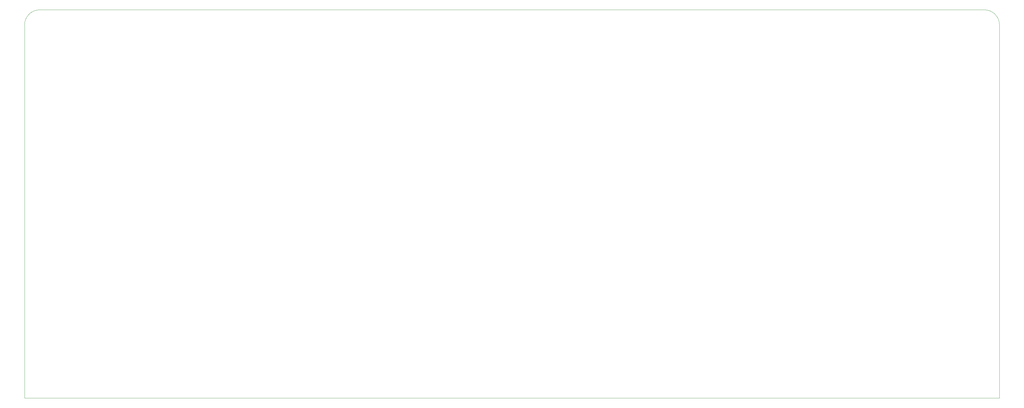
<source format=gm1>
G04 #@! TF.GenerationSoftware,KiCad,Pcbnew,9.0.2*
G04 #@! TF.CreationDate,2025-07-10T02:03:08+05:30*
G04 #@! TF.ProjectId,meowboard,6d656f77-626f-4617-9264-2e6b69636164,rev?*
G04 #@! TF.SameCoordinates,Original*
G04 #@! TF.FileFunction,Profile,NP*
%FSLAX46Y46*%
G04 Gerber Fmt 4.6, Leading zero omitted, Abs format (unit mm)*
G04 Created by KiCad (PCBNEW 9.0.2) date 2025-07-10 02:03:08*
%MOMM*%
%LPD*%
G01*
G04 APERTURE LIST*
G04 #@! TA.AperFunction,Profile*
%ADD10C,0.100000*%
G04 #@! TD*
G04 APERTURE END LIST*
D10*
X52525000Y-40587500D02*
G75*
G02*
X57300000Y-35812500I4775000J0D01*
G01*
X52525000Y-157575000D02*
X358125000Y-157575000D01*
X52525000Y-40587500D02*
X52525000Y-157575000D01*
X353350000Y-35812500D02*
X57300000Y-35812500D01*
X358125000Y-157575000D02*
X358125000Y-40587500D01*
X353350000Y-35812500D02*
G75*
G02*
X358125000Y-40587500I0J-4775000D01*
G01*
M02*

</source>
